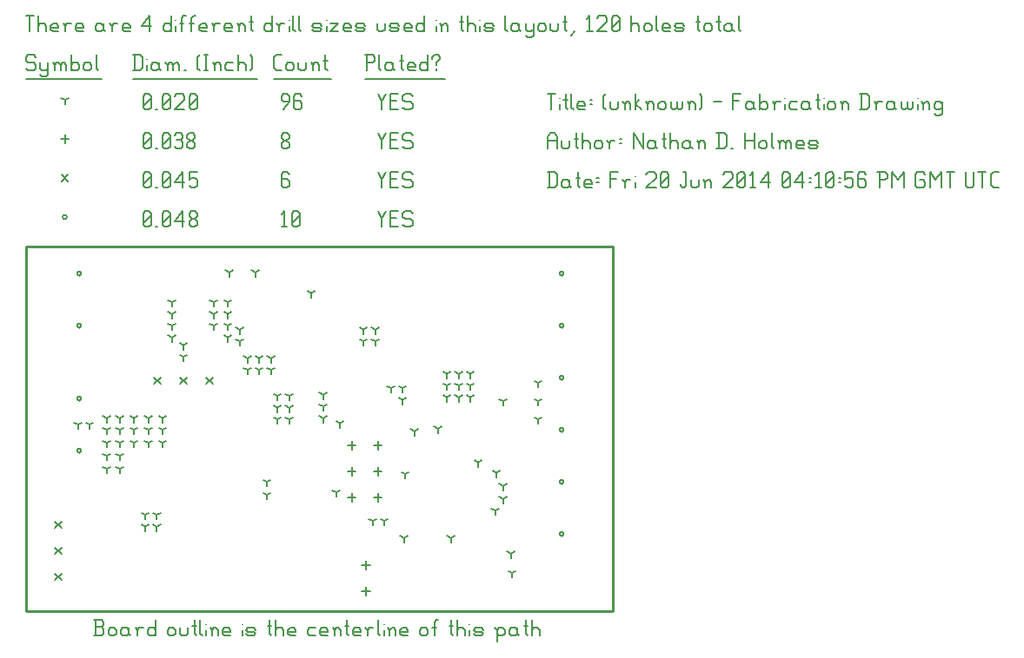
<source format=gbr>
G04 start of page 12 for group -3984 idx -3984 *
G04 Title: (unknown), fab *
G04 Creator: pcb 20110918 *
G04 CreationDate: Fri 20 Jun 2014 04:10:56 PM GMT UTC *
G04 For: ndholmes *
G04 Format: Gerber/RS-274X *
G04 PCB-Dimensions: 225000 140000 *
G04 PCB-Coordinate-Origin: lower left *
%MOIN*%
%FSLAX25Y25*%
%LNFAB*%
%ADD93C,0.0100*%
%ADD92C,0.0075*%
%ADD91C,0.0060*%
%ADD90R,0.0080X0.0080*%
G54D90*X19700Y81500D02*G75*G03X21300Y81500I800J0D01*G01*
G75*G03X19700Y81500I-800J0D01*G01*
Y61500D02*G75*G03X21300Y61500I800J0D01*G01*
G75*G03X19700Y61500I-800J0D01*G01*
Y129500D02*G75*G03X21300Y129500I800J0D01*G01*
G75*G03X19700Y129500I-800J0D01*G01*
Y109500D02*G75*G03X21300Y109500I800J0D01*G01*
G75*G03X19700Y109500I-800J0D01*G01*
X204700D02*G75*G03X206300Y109500I800J0D01*G01*
G75*G03X204700Y109500I-800J0D01*G01*
Y129500D02*G75*G03X206300Y129500I800J0D01*G01*
G75*G03X204700Y129500I-800J0D01*G01*
Y29500D02*G75*G03X206300Y29500I800J0D01*G01*
G75*G03X204700Y29500I-800J0D01*G01*
Y49500D02*G75*G03X206300Y49500I800J0D01*G01*
G75*G03X204700Y49500I-800J0D01*G01*
Y69500D02*G75*G03X206300Y69500I800J0D01*G01*
G75*G03X204700Y69500I-800J0D01*G01*
Y89500D02*G75*G03X206300Y89500I800J0D01*G01*
G75*G03X204700Y89500I-800J0D01*G01*
X14200Y151250D02*G75*G03X15800Y151250I800J0D01*G01*
G75*G03X14200Y151250I-800J0D01*G01*
G54D91*X135000Y153500D02*X136500Y150500D01*
X138000Y153500D01*
X136500Y150500D02*Y147500D01*
X139800Y150800D02*X142050D01*
X139800Y147500D02*X142800D01*
X139800Y153500D02*Y147500D01*
Y153500D02*X142800D01*
X147600D02*X148350Y152750D01*
X145350Y153500D02*X147600D01*
X144600Y152750D02*X145350Y153500D01*
X144600Y152750D02*Y151250D01*
X145350Y150500D01*
X147600D01*
X148350Y149750D01*
Y148250D01*
X147600Y147500D02*X148350Y148250D01*
X145350Y147500D02*X147600D01*
X144600Y148250D02*X145350Y147500D01*
X98000Y152300D02*X99200Y153500D01*
Y147500D01*
X98000D02*X100250D01*
X102050Y148250D02*X102800Y147500D01*
X102050Y152750D02*Y148250D01*
Y152750D02*X102800Y153500D01*
X104300D01*
X105050Y152750D01*
Y148250D01*
X104300Y147500D02*X105050Y148250D01*
X102800Y147500D02*X104300D01*
X102050Y149000D02*X105050Y152000D01*
X45000Y148250D02*X45750Y147500D01*
X45000Y152750D02*Y148250D01*
Y152750D02*X45750Y153500D01*
X47250D01*
X48000Y152750D01*
Y148250D01*
X47250Y147500D02*X48000Y148250D01*
X45750Y147500D02*X47250D01*
X45000Y149000D02*X48000Y152000D01*
X49800Y147500D02*X50550D01*
X52350Y148250D02*X53100Y147500D01*
X52350Y152750D02*Y148250D01*
Y152750D02*X53100Y153500D01*
X54600D01*
X55350Y152750D01*
Y148250D01*
X54600Y147500D02*X55350Y148250D01*
X53100Y147500D02*X54600D01*
X52350Y149000D02*X55350Y152000D01*
X57150Y149750D02*X60150Y153500D01*
X57150Y149750D02*X60900D01*
X60150Y153500D02*Y147500D01*
X62700Y148250D02*X63450Y147500D01*
X62700Y149450D02*Y148250D01*
Y149450D02*X63750Y150500D01*
X64650D01*
X65700Y149450D01*
Y148250D01*
X64950Y147500D02*X65700Y148250D01*
X63450Y147500D02*X64950D01*
X62700Y151550D02*X63750Y150500D01*
X62700Y152750D02*Y151550D01*
Y152750D02*X63450Y153500D01*
X64950D01*
X65700Y152750D01*
Y151550D01*
X64650Y150500D02*X65700Y151550D01*
X69300Y89700D02*X71700Y87300D01*
X69300D02*X71700Y89700D01*
X59300D02*X61700Y87300D01*
X59300D02*X61700Y89700D01*
X49300D02*X51700Y87300D01*
X49300D02*X51700Y89700D01*
X11300Y34200D02*X13700Y31800D01*
X11300D02*X13700Y34200D01*
X11300Y24200D02*X13700Y21800D01*
X11300D02*X13700Y24200D01*
X11300Y14200D02*X13700Y11800D01*
X11300D02*X13700Y14200D01*
X13800Y167450D02*X16200Y165050D01*
X13800D02*X16200Y167450D01*
X135000Y168500D02*X136500Y165500D01*
X138000Y168500D01*
X136500Y165500D02*Y162500D01*
X139800Y165800D02*X142050D01*
X139800Y162500D02*X142800D01*
X139800Y168500D02*Y162500D01*
Y168500D02*X142800D01*
X147600D02*X148350Y167750D01*
X145350Y168500D02*X147600D01*
X144600Y167750D02*X145350Y168500D01*
X144600Y167750D02*Y166250D01*
X145350Y165500D01*
X147600D01*
X148350Y164750D01*
Y163250D01*
X147600Y162500D02*X148350Y163250D01*
X145350Y162500D02*X147600D01*
X144600Y163250D02*X145350Y162500D01*
X100250Y168500D02*X101000Y167750D01*
X98750Y168500D02*X100250D01*
X98000Y167750D02*X98750Y168500D01*
X98000Y167750D02*Y163250D01*
X98750Y162500D01*
X100250Y165800D02*X101000Y165050D01*
X98000Y165800D02*X100250D01*
X98750Y162500D02*X100250D01*
X101000Y163250D01*
Y165050D02*Y163250D01*
X45000D02*X45750Y162500D01*
X45000Y167750D02*Y163250D01*
Y167750D02*X45750Y168500D01*
X47250D01*
X48000Y167750D01*
Y163250D01*
X47250Y162500D02*X48000Y163250D01*
X45750Y162500D02*X47250D01*
X45000Y164000D02*X48000Y167000D01*
X49800Y162500D02*X50550D01*
X52350Y163250D02*X53100Y162500D01*
X52350Y167750D02*Y163250D01*
Y167750D02*X53100Y168500D01*
X54600D01*
X55350Y167750D01*
Y163250D01*
X54600Y162500D02*X55350Y163250D01*
X53100Y162500D02*X54600D01*
X52350Y164000D02*X55350Y167000D01*
X57150Y164750D02*X60150Y168500D01*
X57150Y164750D02*X60900D01*
X60150Y168500D02*Y162500D01*
X62700Y168500D02*X65700D01*
X62700D02*Y165500D01*
X63450Y166250D01*
X64950D01*
X65700Y165500D01*
Y163250D01*
X64950Y162500D02*X65700Y163250D01*
X63450Y162500D02*X64950D01*
X62700Y163250D02*X63450Y162500D01*
X130500Y9100D02*Y5900D01*
X128900Y7500D02*X132100D01*
X130500Y19100D02*Y15900D01*
X128900Y17500D02*X132100D01*
X125000Y65100D02*Y61900D01*
X123400Y63500D02*X126600D01*
X125000Y55100D02*Y51900D01*
X123400Y53500D02*X126600D01*
X125000Y45100D02*Y41900D01*
X123400Y43500D02*X126600D01*
X135000Y65100D02*Y61900D01*
X133400Y63500D02*X136600D01*
X135000Y55100D02*Y51900D01*
X133400Y53500D02*X136600D01*
X135000Y45100D02*Y41900D01*
X133400Y43500D02*X136600D01*
X15000Y182850D02*Y179650D01*
X13400Y181250D02*X16600D01*
X135000Y183500D02*X136500Y180500D01*
X138000Y183500D01*
X136500Y180500D02*Y177500D01*
X139800Y180800D02*X142050D01*
X139800Y177500D02*X142800D01*
X139800Y183500D02*Y177500D01*
Y183500D02*X142800D01*
X147600D02*X148350Y182750D01*
X145350Y183500D02*X147600D01*
X144600Y182750D02*X145350Y183500D01*
X144600Y182750D02*Y181250D01*
X145350Y180500D01*
X147600D01*
X148350Y179750D01*
Y178250D01*
X147600Y177500D02*X148350Y178250D01*
X145350Y177500D02*X147600D01*
X144600Y178250D02*X145350Y177500D01*
X98000Y178250D02*X98750Y177500D01*
X98000Y179450D02*Y178250D01*
Y179450D02*X99050Y180500D01*
X99950D01*
X101000Y179450D01*
Y178250D01*
X100250Y177500D02*X101000Y178250D01*
X98750Y177500D02*X100250D01*
X98000Y181550D02*X99050Y180500D01*
X98000Y182750D02*Y181550D01*
Y182750D02*X98750Y183500D01*
X100250D01*
X101000Y182750D01*
Y181550D01*
X99950Y180500D02*X101000Y181550D01*
X45000Y178250D02*X45750Y177500D01*
X45000Y182750D02*Y178250D01*
Y182750D02*X45750Y183500D01*
X47250D01*
X48000Y182750D01*
Y178250D01*
X47250Y177500D02*X48000Y178250D01*
X45750Y177500D02*X47250D01*
X45000Y179000D02*X48000Y182000D01*
X49800Y177500D02*X50550D01*
X52350Y178250D02*X53100Y177500D01*
X52350Y182750D02*Y178250D01*
Y182750D02*X53100Y183500D01*
X54600D01*
X55350Y182750D01*
Y178250D01*
X54600Y177500D02*X55350Y178250D01*
X53100Y177500D02*X54600D01*
X52350Y179000D02*X55350Y182000D01*
X57150Y182750D02*X57900Y183500D01*
X59400D01*
X60150Y182750D01*
X59400Y177500D02*X60150Y178250D01*
X57900Y177500D02*X59400D01*
X57150Y178250D02*X57900Y177500D01*
Y180800D02*X59400D01*
X60150Y182750D02*Y181550D01*
Y180050D02*Y178250D01*
Y180050D02*X59400Y180800D01*
X60150Y181550D02*X59400Y180800D01*
X61950Y178250D02*X62700Y177500D01*
X61950Y179450D02*Y178250D01*
Y179450D02*X63000Y180500D01*
X63900D01*
X64950Y179450D01*
Y178250D01*
X64200Y177500D02*X64950Y178250D01*
X62700Y177500D02*X64200D01*
X61950Y181550D02*X63000Y180500D01*
X61950Y182750D02*Y181550D01*
Y182750D02*X62700Y183500D01*
X64200D01*
X64950Y182750D01*
Y181550D01*
X63900Y180500D02*X64950Y181550D01*
X31000Y54500D02*Y52900D01*
Y54500D02*X32387Y55300D01*
X31000Y54500D02*X29613Y55300D01*
X36000Y54500D02*Y52900D01*
Y54500D02*X37387Y55300D01*
X36000Y54500D02*X34613Y55300D01*
X31000Y59500D02*Y57900D01*
Y59500D02*X32387Y60300D01*
X31000Y59500D02*X29613Y60300D01*
X36000Y59500D02*Y57900D01*
Y59500D02*X37387Y60300D01*
X36000Y59500D02*X34613Y60300D01*
X31000Y64500D02*Y62900D01*
Y64500D02*X32387Y65300D01*
X31000Y64500D02*X29613Y65300D01*
X36000Y64500D02*Y62900D01*
Y64500D02*X37387Y65300D01*
X36000Y64500D02*X34613Y65300D01*
X31000Y69500D02*Y67900D01*
Y69500D02*X32387Y70300D01*
X31000Y69500D02*X29613Y70300D01*
X36000Y69500D02*Y67900D01*
Y69500D02*X37387Y70300D01*
X36000Y69500D02*X34613Y70300D01*
X45800Y36800D02*Y35200D01*
Y36800D02*X47187Y37600D01*
X45800Y36800D02*X44413Y37600D01*
X45800Y32300D02*Y30700D01*
Y32300D02*X47187Y33100D01*
X45800Y32300D02*X44413Y33100D01*
X50300Y36800D02*Y35200D01*
Y36800D02*X51687Y37600D01*
X50300Y36800D02*X48913Y37600D01*
X50300Y32300D02*Y30700D01*
Y32300D02*X51687Y33100D01*
X50300Y32300D02*X48913Y33100D01*
X140000Y85500D02*Y83900D01*
Y85500D02*X141387Y86300D01*
X140000Y85500D02*X138613Y86300D01*
X145500Y52500D02*Y50900D01*
Y52500D02*X146887Y53300D01*
X145500Y52500D02*X144113Y53300D01*
X145000Y28000D02*Y26400D01*
Y28000D02*X146387Y28800D01*
X145000Y28000D02*X143613Y28800D01*
X158000Y70000D02*Y68400D01*
Y70000D02*X159387Y70800D01*
X158000Y70000D02*X156613Y70800D01*
X149000Y69000D02*Y67400D01*
Y69000D02*X150387Y69800D01*
X149000Y69000D02*X147613Y69800D01*
X186500Y14500D02*Y12900D01*
Y14500D02*X187887Y15300D01*
X186500Y14500D02*X185113Y15300D01*
X173500Y57000D02*Y55400D01*
Y57000D02*X174887Y57800D01*
X173500Y57000D02*X172113Y57800D01*
X180500Y53000D02*Y51400D01*
Y53000D02*X181887Y53800D01*
X180500Y53000D02*X179113Y53800D01*
X180000Y38500D02*Y36900D01*
Y38500D02*X181387Y39300D01*
X180000Y38500D02*X178613Y39300D01*
X183000Y43000D02*Y41400D01*
Y43000D02*X184387Y43800D01*
X183000Y43000D02*X181613Y43800D01*
X186000Y22000D02*Y20400D01*
Y22000D02*X187387Y22800D01*
X186000Y22000D02*X184613Y22800D01*
X163000Y28000D02*Y26400D01*
Y28000D02*X164387Y28800D01*
X163000Y28000D02*X161613Y28800D01*
X183000Y48000D02*Y46400D01*
Y48000D02*X184387Y48800D01*
X183000Y48000D02*X181613Y48800D01*
X183000Y80500D02*Y78900D01*
Y80500D02*X184387Y81300D01*
X183000Y80500D02*X181613Y81300D01*
X196500Y87500D02*Y85900D01*
Y87500D02*X197887Y88300D01*
X196500Y87500D02*X195113Y88300D01*
X196500Y80500D02*Y78900D01*
Y80500D02*X197887Y81300D01*
X196500Y80500D02*X195113Y81300D01*
X196500Y73500D02*Y71900D01*
Y73500D02*X197887Y74300D01*
X196500Y73500D02*X195113Y74300D01*
X144500Y85500D02*Y83900D01*
Y85500D02*X145887Y86300D01*
X144500Y85500D02*X143113Y86300D01*
X144500Y81000D02*Y79400D01*
Y81000D02*X145887Y81800D01*
X144500Y81000D02*X143113Y81800D01*
X161500Y91000D02*Y89400D01*
Y91000D02*X162887Y91800D01*
X161500Y91000D02*X160113Y91800D01*
X166000Y91000D02*Y89400D01*
Y91000D02*X167387Y91800D01*
X166000Y91000D02*X164613Y91800D01*
X170500Y91000D02*Y89400D01*
Y91000D02*X171887Y91800D01*
X170500Y91000D02*X169113Y91800D01*
X161500Y86500D02*Y84900D01*
Y86500D02*X162887Y87300D01*
X161500Y86500D02*X160113Y87300D01*
X166000Y86500D02*Y84900D01*
Y86500D02*X167387Y87300D01*
X166000Y86500D02*X164613Y87300D01*
X170500Y86500D02*Y84900D01*
Y86500D02*X171887Y87300D01*
X170500Y86500D02*X169113Y87300D01*
X161500Y82000D02*Y80400D01*
Y82000D02*X162887Y82800D01*
X161500Y82000D02*X160113Y82800D01*
X166000Y82000D02*Y80400D01*
Y82000D02*X167387Y82800D01*
X166000Y82000D02*X164613Y82800D01*
X170500Y82000D02*Y80400D01*
Y82000D02*X171887Y82800D01*
X170500Y82000D02*X169113Y82800D01*
X120500Y72000D02*Y70400D01*
Y72000D02*X121887Y72800D01*
X120500Y72000D02*X119113Y72800D01*
X31000Y74000D02*Y72400D01*
Y74000D02*X32387Y74800D01*
X31000Y74000D02*X29613Y74800D01*
X36000Y74000D02*Y72400D01*
Y74000D02*X37387Y74800D01*
X36000Y74000D02*X34613Y74800D01*
X52500Y74000D02*Y72400D01*
Y74000D02*X53887Y74800D01*
X52500Y74000D02*X51113Y74800D01*
X47000Y74000D02*Y72400D01*
Y74000D02*X48387Y74800D01*
X47000Y74000D02*X45613Y74800D01*
X41500Y74000D02*Y72400D01*
Y74000D02*X42887Y74800D01*
X41500Y74000D02*X40113Y74800D01*
X52500Y69500D02*Y67900D01*
Y69500D02*X53887Y70300D01*
X52500Y69500D02*X51113Y70300D01*
X41500Y69500D02*Y67900D01*
Y69500D02*X42887Y70300D01*
X41500Y69500D02*X40113Y70300D01*
X52500Y64500D02*Y62900D01*
Y64500D02*X53887Y65300D01*
X52500Y64500D02*X51113Y65300D01*
X47000Y64500D02*Y62900D01*
Y64500D02*X48387Y65300D01*
X47000Y64500D02*X45613Y65300D01*
X41500Y64500D02*Y62900D01*
Y64500D02*X42887Y65300D01*
X41500Y64500D02*X40113Y65300D01*
X47000Y69500D02*Y67900D01*
Y69500D02*X48387Y70300D01*
X47000Y69500D02*X45613Y70300D01*
X119000Y45500D02*Y43900D01*
Y45500D02*X120387Y46300D01*
X119000Y45500D02*X117613Y46300D01*
X101000Y82500D02*Y80900D01*
Y82500D02*X102387Y83300D01*
X101000Y82500D02*X99613Y83300D01*
X101000Y78000D02*Y76400D01*
Y78000D02*X102387Y78800D01*
X101000Y78000D02*X99613Y78800D01*
X101000Y73500D02*Y71900D01*
Y73500D02*X102387Y74300D01*
X101000Y73500D02*X99613Y74300D01*
X114000Y83000D02*Y81400D01*
Y83000D02*X115387Y83800D01*
X114000Y83000D02*X112613Y83800D01*
X114000Y78500D02*Y76900D01*
Y78500D02*X115387Y79300D01*
X114000Y78500D02*X112613Y79300D01*
X114000Y74000D02*Y72400D01*
Y74000D02*X115387Y74800D01*
X114000Y74000D02*X112613Y74800D01*
X85000Y97000D02*Y95400D01*
Y97000D02*X86387Y97800D01*
X85000Y97000D02*X83613Y97800D01*
X89500Y97000D02*Y95400D01*
Y97000D02*X90887Y97800D01*
X89500Y97000D02*X88113Y97800D01*
X94000Y97000D02*Y95400D01*
Y97000D02*X95387Y97800D01*
X94000Y97000D02*X92613Y97800D01*
X134000Y108000D02*Y106400D01*
Y108000D02*X135387Y108800D01*
X134000Y108000D02*X132613Y108800D01*
X134000Y103500D02*Y101900D01*
Y103500D02*X135387Y104300D01*
X134000Y103500D02*X132613Y104300D01*
X129500Y108000D02*Y106400D01*
Y108000D02*X130887Y108800D01*
X129500Y108000D02*X128113Y108800D01*
X129500Y103500D02*Y101900D01*
Y103500D02*X130887Y104300D01*
X129500Y103500D02*X128113Y104300D01*
X109500Y122000D02*Y120400D01*
Y122000D02*X110887Y122800D01*
X109500Y122000D02*X108113Y122800D01*
X85000Y92500D02*Y90900D01*
Y92500D02*X86387Y93300D01*
X85000Y92500D02*X83613Y93300D01*
X89500Y92500D02*Y90900D01*
Y92500D02*X90887Y93300D01*
X89500Y92500D02*X88113Y93300D01*
X94000Y92500D02*Y90900D01*
Y92500D02*X95387Y93300D01*
X94000Y92500D02*X92613Y93300D01*
X82000Y108000D02*Y106400D01*
Y108000D02*X83387Y108800D01*
X82000Y108000D02*X80613Y108800D01*
X82000Y103500D02*Y101900D01*
Y103500D02*X83387Y104300D01*
X82000Y103500D02*X80613Y104300D01*
X96500Y82500D02*Y80900D01*
Y82500D02*X97887Y83300D01*
X96500Y82500D02*X95113Y83300D01*
X96500Y78000D02*Y76400D01*
Y78000D02*X97887Y78800D01*
X96500Y78000D02*X95113Y78800D01*
X96500Y73500D02*Y71900D01*
Y73500D02*X97887Y74300D01*
X96500Y73500D02*X95113Y74300D01*
X133000Y34500D02*Y32900D01*
Y34500D02*X134387Y35300D01*
X133000Y34500D02*X131613Y35300D01*
X137500Y34500D02*Y32900D01*
Y34500D02*X138887Y35300D01*
X137500Y34500D02*X136113Y35300D01*
X20000Y71500D02*Y69900D01*
Y71500D02*X21387Y72300D01*
X20000Y71500D02*X18613Y72300D01*
X24500Y71500D02*Y69900D01*
Y71500D02*X25887Y72300D01*
X24500Y71500D02*X23113Y72300D01*
X72000Y118500D02*Y116900D01*
Y118500D02*X73387Y119300D01*
X72000Y118500D02*X70613Y119300D01*
X77500Y118500D02*Y116900D01*
Y118500D02*X78887Y119300D01*
X77500Y118500D02*X76113Y119300D01*
X72000Y114000D02*Y112400D01*
Y114000D02*X73387Y114800D01*
X72000Y114000D02*X70613Y114800D01*
X77500Y114000D02*Y112400D01*
Y114000D02*X78887Y114800D01*
X77500Y114000D02*X76113Y114800D01*
X72000Y109500D02*Y107900D01*
Y109500D02*X73387Y110300D01*
X72000Y109500D02*X70613Y110300D01*
X77500Y109500D02*Y107900D01*
Y109500D02*X78887Y110300D01*
X77500Y109500D02*X76113Y110300D01*
X77500Y105000D02*Y103400D01*
Y105000D02*X78887Y105800D01*
X77500Y105000D02*X76113Y105800D01*
X56000Y118500D02*Y116900D01*
Y118500D02*X57387Y119300D01*
X56000Y118500D02*X54613Y119300D01*
X56000Y109500D02*Y107900D01*
Y109500D02*X57387Y110300D01*
X56000Y109500D02*X54613Y110300D01*
X56000Y114000D02*Y112400D01*
Y114000D02*X57387Y114800D01*
X56000Y114000D02*X54613Y114800D01*
X56000Y105000D02*Y103400D01*
Y105000D02*X57387Y105800D01*
X56000Y105000D02*X54613Y105800D01*
X60500Y97500D02*Y95900D01*
Y97500D02*X61887Y98300D01*
X60500Y97500D02*X59113Y98300D01*
X60500Y102000D02*Y100400D01*
Y102000D02*X61887Y102800D01*
X60500Y102000D02*X59113Y102800D01*
X92500Y44500D02*Y42900D01*
Y44500D02*X93887Y45300D01*
X92500Y44500D02*X91113Y45300D01*
X92500Y49500D02*Y47900D01*
Y49500D02*X93887Y50300D01*
X92500Y49500D02*X91113Y50300D01*
X88000Y130000D02*Y128400D01*
Y130000D02*X89387Y130800D01*
X88000Y130000D02*X86613Y130800D01*
X78000Y130000D02*Y128400D01*
Y130000D02*X79387Y130800D01*
X78000Y130000D02*X76613Y130800D01*
X15000Y196250D02*Y194650D01*
Y196250D02*X16387Y197050D01*
X15000Y196250D02*X13613Y197050D01*
X135000Y198500D02*X136500Y195500D01*
X138000Y198500D01*
X136500Y195500D02*Y192500D01*
X139800Y195800D02*X142050D01*
X139800Y192500D02*X142800D01*
X139800Y198500D02*Y192500D01*
Y198500D02*X142800D01*
X147600D02*X148350Y197750D01*
X145350Y198500D02*X147600D01*
X144600Y197750D02*X145350Y198500D01*
X144600Y197750D02*Y196250D01*
X145350Y195500D01*
X147600D01*
X148350Y194750D01*
Y193250D01*
X147600Y192500D02*X148350Y193250D01*
X145350Y192500D02*X147600D01*
X144600Y193250D02*X145350Y192500D01*
X98750D02*X101000Y195500D01*
Y197750D02*Y195500D01*
X100250Y198500D02*X101000Y197750D01*
X98750Y198500D02*X100250D01*
X98000Y197750D02*X98750Y198500D01*
X98000Y197750D02*Y196250D01*
X98750Y195500D01*
X101000D01*
X105050Y198500D02*X105800Y197750D01*
X103550Y198500D02*X105050D01*
X102800Y197750D02*X103550Y198500D01*
X102800Y197750D02*Y193250D01*
X103550Y192500D01*
X105050Y195800D02*X105800Y195050D01*
X102800Y195800D02*X105050D01*
X103550Y192500D02*X105050D01*
X105800Y193250D01*
Y195050D02*Y193250D01*
X45000D02*X45750Y192500D01*
X45000Y197750D02*Y193250D01*
Y197750D02*X45750Y198500D01*
X47250D01*
X48000Y197750D01*
Y193250D01*
X47250Y192500D02*X48000Y193250D01*
X45750Y192500D02*X47250D01*
X45000Y194000D02*X48000Y197000D01*
X49800Y192500D02*X50550D01*
X52350Y193250D02*X53100Y192500D01*
X52350Y197750D02*Y193250D01*
Y197750D02*X53100Y198500D01*
X54600D01*
X55350Y197750D01*
Y193250D01*
X54600Y192500D02*X55350Y193250D01*
X53100Y192500D02*X54600D01*
X52350Y194000D02*X55350Y197000D01*
X57150Y197750D02*X57900Y198500D01*
X60150D01*
X60900Y197750D01*
Y196250D01*
X57150Y192500D02*X60900Y196250D01*
X57150Y192500D02*X60900D01*
X62700Y193250D02*X63450Y192500D01*
X62700Y197750D02*Y193250D01*
Y197750D02*X63450Y198500D01*
X64950D01*
X65700Y197750D01*
Y193250D01*
X64950Y192500D02*X65700Y193250D01*
X63450Y192500D02*X64950D01*
X62700Y194000D02*X65700Y197000D01*
X3000Y213500D02*X3750Y212750D01*
X750Y213500D02*X3000D01*
X0Y212750D02*X750Y213500D01*
X0Y212750D02*Y211250D01*
X750Y210500D01*
X3000D01*
X3750Y209750D01*
Y208250D01*
X3000Y207500D02*X3750Y208250D01*
X750Y207500D02*X3000D01*
X0Y208250D02*X750Y207500D01*
X5550Y210500D02*Y208250D01*
X6300Y207500D01*
X8550Y210500D02*Y206000D01*
X7800Y205250D02*X8550Y206000D01*
X6300Y205250D02*X7800D01*
X5550Y206000D02*X6300Y205250D01*
Y207500D02*X7800D01*
X8550Y208250D01*
X11100Y209750D02*Y207500D01*
Y209750D02*X11850Y210500D01*
X12600D01*
X13350Y209750D01*
Y207500D01*
Y209750D02*X14100Y210500D01*
X14850D01*
X15600Y209750D01*
Y207500D01*
X10350Y210500D02*X11100Y209750D01*
X17400Y213500D02*Y207500D01*
Y208250D02*X18150Y207500D01*
X19650D01*
X20400Y208250D01*
Y209750D02*Y208250D01*
X19650Y210500D02*X20400Y209750D01*
X18150Y210500D02*X19650D01*
X17400Y209750D02*X18150Y210500D01*
X22200Y209750D02*Y208250D01*
Y209750D02*X22950Y210500D01*
X24450D01*
X25200Y209750D01*
Y208250D01*
X24450Y207500D02*X25200Y208250D01*
X22950Y207500D02*X24450D01*
X22200Y208250D02*X22950Y207500D01*
X27000Y213500D02*Y208250D01*
X27750Y207500D01*
X0Y204250D02*X29250D01*
X41750Y213500D02*Y207500D01*
X43700Y213500D02*X44750Y212450D01*
Y208550D01*
X43700Y207500D02*X44750Y208550D01*
X41000Y207500D02*X43700D01*
X41000Y213500D02*X43700D01*
G54D92*X46550Y212000D02*Y211850D01*
G54D91*Y209750D02*Y207500D01*
X50300Y210500D02*X51050Y209750D01*
X48800Y210500D02*X50300D01*
X48050Y209750D02*X48800Y210500D01*
X48050Y209750D02*Y208250D01*
X48800Y207500D01*
X51050Y210500D02*Y208250D01*
X51800Y207500D01*
X48800D02*X50300D01*
X51050Y208250D01*
X54350Y209750D02*Y207500D01*
Y209750D02*X55100Y210500D01*
X55850D01*
X56600Y209750D01*
Y207500D01*
Y209750D02*X57350Y210500D01*
X58100D01*
X58850Y209750D01*
Y207500D01*
X53600Y210500D02*X54350Y209750D01*
X60650Y207500D02*X61400D01*
X65900Y208250D02*X66650Y207500D01*
X65900Y212750D02*X66650Y213500D01*
X65900Y212750D02*Y208250D01*
X68450Y213500D02*X69950D01*
X69200D02*Y207500D01*
X68450D02*X69950D01*
X72500Y209750D02*Y207500D01*
Y209750D02*X73250Y210500D01*
X74000D01*
X74750Y209750D01*
Y207500D01*
X71750Y210500D02*X72500Y209750D01*
X77300Y210500D02*X79550D01*
X76550Y209750D02*X77300Y210500D01*
X76550Y209750D02*Y208250D01*
X77300Y207500D01*
X79550D01*
X81350Y213500D02*Y207500D01*
Y209750D02*X82100Y210500D01*
X83600D01*
X84350Y209750D01*
Y207500D01*
X86150Y213500D02*X86900Y212750D01*
Y208250D01*
X86150Y207500D02*X86900Y208250D01*
X41000Y204250D02*X88700D01*
X96050Y207500D02*X98000D01*
X95000Y208550D02*X96050Y207500D01*
X95000Y212450D02*Y208550D01*
Y212450D02*X96050Y213500D01*
X98000D01*
X99800Y209750D02*Y208250D01*
Y209750D02*X100550Y210500D01*
X102050D01*
X102800Y209750D01*
Y208250D01*
X102050Y207500D02*X102800Y208250D01*
X100550Y207500D02*X102050D01*
X99800Y208250D02*X100550Y207500D01*
X104600Y210500D02*Y208250D01*
X105350Y207500D01*
X106850D01*
X107600Y208250D01*
Y210500D02*Y208250D01*
X110150Y209750D02*Y207500D01*
Y209750D02*X110900Y210500D01*
X111650D01*
X112400Y209750D01*
Y207500D01*
X109400Y210500D02*X110150Y209750D01*
X114950Y213500D02*Y208250D01*
X115700Y207500D01*
X114200Y211250D02*X115700D01*
X95000Y204250D02*X117200D01*
X130750Y213500D02*Y207500D01*
X130000Y213500D02*X133000D01*
X133750Y212750D01*
Y211250D01*
X133000Y210500D02*X133750Y211250D01*
X130750Y210500D02*X133000D01*
X135550Y213500D02*Y208250D01*
X136300Y207500D01*
X140050Y210500D02*X140800Y209750D01*
X138550Y210500D02*X140050D01*
X137800Y209750D02*X138550Y210500D01*
X137800Y209750D02*Y208250D01*
X138550Y207500D01*
X140800Y210500D02*Y208250D01*
X141550Y207500D01*
X138550D02*X140050D01*
X140800Y208250D01*
X144100Y213500D02*Y208250D01*
X144850Y207500D01*
X143350Y211250D02*X144850D01*
X147100Y207500D02*X149350D01*
X146350Y208250D02*X147100Y207500D01*
X146350Y209750D02*Y208250D01*
Y209750D02*X147100Y210500D01*
X148600D01*
X149350Y209750D01*
X146350Y209000D02*X149350D01*
Y209750D02*Y209000D01*
X154150Y213500D02*Y207500D01*
X153400D02*X154150Y208250D01*
X151900Y207500D02*X153400D01*
X151150Y208250D02*X151900Y207500D01*
X151150Y209750D02*Y208250D01*
Y209750D02*X151900Y210500D01*
X153400D01*
X154150Y209750D01*
X157450Y210500D02*Y209750D01*
Y208250D02*Y207500D01*
X155950Y212750D02*Y212000D01*
Y212750D02*X156700Y213500D01*
X158200D01*
X158950Y212750D01*
Y212000D01*
X157450Y210500D02*X158950Y212000D01*
X130000Y204250D02*X160750D01*
X0Y228500D02*X3000D01*
X1500D02*Y222500D01*
X4800Y228500D02*Y222500D01*
Y224750D02*X5550Y225500D01*
X7050D01*
X7800Y224750D01*
Y222500D01*
X10350D02*X12600D01*
X9600Y223250D02*X10350Y222500D01*
X9600Y224750D02*Y223250D01*
Y224750D02*X10350Y225500D01*
X11850D01*
X12600Y224750D01*
X9600Y224000D02*X12600D01*
Y224750D02*Y224000D01*
X15150Y224750D02*Y222500D01*
Y224750D02*X15900Y225500D01*
X17400D01*
X14400D02*X15150Y224750D01*
X19950Y222500D02*X22200D01*
X19200Y223250D02*X19950Y222500D01*
X19200Y224750D02*Y223250D01*
Y224750D02*X19950Y225500D01*
X21450D01*
X22200Y224750D01*
X19200Y224000D02*X22200D01*
Y224750D02*Y224000D01*
X28950Y225500D02*X29700Y224750D01*
X27450Y225500D02*X28950D01*
X26700Y224750D02*X27450Y225500D01*
X26700Y224750D02*Y223250D01*
X27450Y222500D01*
X29700Y225500D02*Y223250D01*
X30450Y222500D01*
X27450D02*X28950D01*
X29700Y223250D01*
X33000Y224750D02*Y222500D01*
Y224750D02*X33750Y225500D01*
X35250D01*
X32250D02*X33000Y224750D01*
X37800Y222500D02*X40050D01*
X37050Y223250D02*X37800Y222500D01*
X37050Y224750D02*Y223250D01*
Y224750D02*X37800Y225500D01*
X39300D01*
X40050Y224750D01*
X37050Y224000D02*X40050D01*
Y224750D02*Y224000D01*
X44550Y224750D02*X47550Y228500D01*
X44550Y224750D02*X48300D01*
X47550Y228500D02*Y222500D01*
X55800Y228500D02*Y222500D01*
X55050D02*X55800Y223250D01*
X53550Y222500D02*X55050D01*
X52800Y223250D02*X53550Y222500D01*
X52800Y224750D02*Y223250D01*
Y224750D02*X53550Y225500D01*
X55050D01*
X55800Y224750D01*
G54D92*X57600Y227000D02*Y226850D01*
G54D91*Y224750D02*Y222500D01*
X59850Y227750D02*Y222500D01*
Y227750D02*X60600Y228500D01*
X61350D01*
X59100Y225500D02*X60600D01*
X63600Y227750D02*Y222500D01*
Y227750D02*X64350Y228500D01*
X65100D01*
X62850Y225500D02*X64350D01*
X67350Y222500D02*X69600D01*
X66600Y223250D02*X67350Y222500D01*
X66600Y224750D02*Y223250D01*
Y224750D02*X67350Y225500D01*
X68850D01*
X69600Y224750D01*
X66600Y224000D02*X69600D01*
Y224750D02*Y224000D01*
X72150Y224750D02*Y222500D01*
Y224750D02*X72900Y225500D01*
X74400D01*
X71400D02*X72150Y224750D01*
X76950Y222500D02*X79200D01*
X76200Y223250D02*X76950Y222500D01*
X76200Y224750D02*Y223250D01*
Y224750D02*X76950Y225500D01*
X78450D01*
X79200Y224750D01*
X76200Y224000D02*X79200D01*
Y224750D02*Y224000D01*
X81750Y224750D02*Y222500D01*
Y224750D02*X82500Y225500D01*
X83250D01*
X84000Y224750D01*
Y222500D01*
X81000Y225500D02*X81750Y224750D01*
X86550Y228500D02*Y223250D01*
X87300Y222500D01*
X85800Y226250D02*X87300D01*
X94500Y228500D02*Y222500D01*
X93750D02*X94500Y223250D01*
X92250Y222500D02*X93750D01*
X91500Y223250D02*X92250Y222500D01*
X91500Y224750D02*Y223250D01*
Y224750D02*X92250Y225500D01*
X93750D01*
X94500Y224750D01*
X97050D02*Y222500D01*
Y224750D02*X97800Y225500D01*
X99300D01*
X96300D02*X97050Y224750D01*
G54D92*X101100Y227000D02*Y226850D01*
G54D91*Y224750D02*Y222500D01*
X102600Y228500D02*Y223250D01*
X103350Y222500D01*
X104850Y228500D02*Y223250D01*
X105600Y222500D01*
X110550D02*X112800D01*
X113550Y223250D01*
X112800Y224000D02*X113550Y223250D01*
X110550Y224000D02*X112800D01*
X109800Y224750D02*X110550Y224000D01*
X109800Y224750D02*X110550Y225500D01*
X112800D01*
X113550Y224750D01*
X109800Y223250D02*X110550Y222500D01*
G54D92*X115350Y227000D02*Y226850D01*
G54D91*Y224750D02*Y222500D01*
X116850Y225500D02*X119850D01*
X116850Y222500D02*X119850Y225500D01*
X116850Y222500D02*X119850D01*
X122400D02*X124650D01*
X121650Y223250D02*X122400Y222500D01*
X121650Y224750D02*Y223250D01*
Y224750D02*X122400Y225500D01*
X123900D01*
X124650Y224750D01*
X121650Y224000D02*X124650D01*
Y224750D02*Y224000D01*
X127200Y222500D02*X129450D01*
X130200Y223250D01*
X129450Y224000D02*X130200Y223250D01*
X127200Y224000D02*X129450D01*
X126450Y224750D02*X127200Y224000D01*
X126450Y224750D02*X127200Y225500D01*
X129450D01*
X130200Y224750D01*
X126450Y223250D02*X127200Y222500D01*
X134700Y225500D02*Y223250D01*
X135450Y222500D01*
X136950D01*
X137700Y223250D01*
Y225500D02*Y223250D01*
X140250Y222500D02*X142500D01*
X143250Y223250D01*
X142500Y224000D02*X143250Y223250D01*
X140250Y224000D02*X142500D01*
X139500Y224750D02*X140250Y224000D01*
X139500Y224750D02*X140250Y225500D01*
X142500D01*
X143250Y224750D01*
X139500Y223250D02*X140250Y222500D01*
X145800D02*X148050D01*
X145050Y223250D02*X145800Y222500D01*
X145050Y224750D02*Y223250D01*
Y224750D02*X145800Y225500D01*
X147300D01*
X148050Y224750D01*
X145050Y224000D02*X148050D01*
Y224750D02*Y224000D01*
X152850Y228500D02*Y222500D01*
X152100D02*X152850Y223250D01*
X150600Y222500D02*X152100D01*
X149850Y223250D02*X150600Y222500D01*
X149850Y224750D02*Y223250D01*
Y224750D02*X150600Y225500D01*
X152100D01*
X152850Y224750D01*
G54D92*X157350Y227000D02*Y226850D01*
G54D91*Y224750D02*Y222500D01*
X159600Y224750D02*Y222500D01*
Y224750D02*X160350Y225500D01*
X161100D01*
X161850Y224750D01*
Y222500D01*
X158850Y225500D02*X159600Y224750D01*
X167100Y228500D02*Y223250D01*
X167850Y222500D01*
X166350Y226250D02*X167850D01*
X169350Y228500D02*Y222500D01*
Y224750D02*X170100Y225500D01*
X171600D01*
X172350Y224750D01*
Y222500D01*
G54D92*X174150Y227000D02*Y226850D01*
G54D91*Y224750D02*Y222500D01*
X176400D02*X178650D01*
X179400Y223250D01*
X178650Y224000D02*X179400Y223250D01*
X176400Y224000D02*X178650D01*
X175650Y224750D02*X176400Y224000D01*
X175650Y224750D02*X176400Y225500D01*
X178650D01*
X179400Y224750D01*
X175650Y223250D02*X176400Y222500D01*
X183900Y228500D02*Y223250D01*
X184650Y222500D01*
X188400Y225500D02*X189150Y224750D01*
X186900Y225500D02*X188400D01*
X186150Y224750D02*X186900Y225500D01*
X186150Y224750D02*Y223250D01*
X186900Y222500D01*
X189150Y225500D02*Y223250D01*
X189900Y222500D01*
X186900D02*X188400D01*
X189150Y223250D01*
X191700Y225500D02*Y223250D01*
X192450Y222500D01*
X194700Y225500D02*Y221000D01*
X193950Y220250D02*X194700Y221000D01*
X192450Y220250D02*X193950D01*
X191700Y221000D02*X192450Y220250D01*
Y222500D02*X193950D01*
X194700Y223250D01*
X196500Y224750D02*Y223250D01*
Y224750D02*X197250Y225500D01*
X198750D01*
X199500Y224750D01*
Y223250D01*
X198750Y222500D02*X199500Y223250D01*
X197250Y222500D02*X198750D01*
X196500Y223250D02*X197250Y222500D01*
X201300Y225500D02*Y223250D01*
X202050Y222500D01*
X203550D01*
X204300Y223250D01*
Y225500D02*Y223250D01*
X206850Y228500D02*Y223250D01*
X207600Y222500D01*
X206100Y226250D02*X207600D01*
X209100Y221000D02*X210600Y222500D01*
X215100Y227300D02*X216300Y228500D01*
Y222500D01*
X215100D02*X217350D01*
X219150Y227750D02*X219900Y228500D01*
X222150D01*
X222900Y227750D01*
Y226250D01*
X219150Y222500D02*X222900Y226250D01*
X219150Y222500D02*X222900D01*
X224700Y223250D02*X225450Y222500D01*
X224700Y227750D02*Y223250D01*
Y227750D02*X225450Y228500D01*
X226950D01*
X227700Y227750D01*
Y223250D01*
X226950Y222500D02*X227700Y223250D01*
X225450Y222500D02*X226950D01*
X224700Y224000D02*X227700Y227000D01*
X232200Y228500D02*Y222500D01*
Y224750D02*X232950Y225500D01*
X234450D01*
X235200Y224750D01*
Y222500D01*
X237000Y224750D02*Y223250D01*
Y224750D02*X237750Y225500D01*
X239250D01*
X240000Y224750D01*
Y223250D01*
X239250Y222500D02*X240000Y223250D01*
X237750Y222500D02*X239250D01*
X237000Y223250D02*X237750Y222500D01*
X241800Y228500D02*Y223250D01*
X242550Y222500D01*
X244800D02*X247050D01*
X244050Y223250D02*X244800Y222500D01*
X244050Y224750D02*Y223250D01*
Y224750D02*X244800Y225500D01*
X246300D01*
X247050Y224750D01*
X244050Y224000D02*X247050D01*
Y224750D02*Y224000D01*
X249600Y222500D02*X251850D01*
X252600Y223250D01*
X251850Y224000D02*X252600Y223250D01*
X249600Y224000D02*X251850D01*
X248850Y224750D02*X249600Y224000D01*
X248850Y224750D02*X249600Y225500D01*
X251850D01*
X252600Y224750D01*
X248850Y223250D02*X249600Y222500D01*
X257850Y228500D02*Y223250D01*
X258600Y222500D01*
X257100Y226250D02*X258600D01*
X260100Y224750D02*Y223250D01*
Y224750D02*X260850Y225500D01*
X262350D01*
X263100Y224750D01*
Y223250D01*
X262350Y222500D02*X263100Y223250D01*
X260850Y222500D02*X262350D01*
X260100Y223250D02*X260850Y222500D01*
X265650Y228500D02*Y223250D01*
X266400Y222500D01*
X264900Y226250D02*X266400D01*
X270150Y225500D02*X270900Y224750D01*
X268650Y225500D02*X270150D01*
X267900Y224750D02*X268650Y225500D01*
X267900Y224750D02*Y223250D01*
X268650Y222500D01*
X270900Y225500D02*Y223250D01*
X271650Y222500D01*
X268650D02*X270150D01*
X270900Y223250D01*
X273450Y228500D02*Y223250D01*
X274200Y222500D01*
G54D93*X0Y140000D02*X180000D01*
X0Y58000D02*Y140000D01*
X179000D02*X225000D01*
Y0D01*
X0D01*
Y78000D01*
G54D91*X26175Y-9500D02*X29175D01*
X29925Y-8750D01*
Y-6950D02*Y-8750D01*
X29175Y-6200D02*X29925Y-6950D01*
X26925Y-6200D02*X29175D01*
X26925Y-3500D02*Y-9500D01*
X26175Y-3500D02*X29175D01*
X29925Y-4250D01*
Y-5450D01*
X29175Y-6200D02*X29925Y-5450D01*
X31725Y-7250D02*Y-8750D01*
Y-7250D02*X32475Y-6500D01*
X33975D01*
X34725Y-7250D01*
Y-8750D01*
X33975Y-9500D02*X34725Y-8750D01*
X32475Y-9500D02*X33975D01*
X31725Y-8750D02*X32475Y-9500D01*
X38775Y-6500D02*X39525Y-7250D01*
X37275Y-6500D02*X38775D01*
X36525Y-7250D02*X37275Y-6500D01*
X36525Y-7250D02*Y-8750D01*
X37275Y-9500D01*
X39525Y-6500D02*Y-8750D01*
X40275Y-9500D01*
X37275D02*X38775D01*
X39525Y-8750D01*
X42825Y-7250D02*Y-9500D01*
Y-7250D02*X43575Y-6500D01*
X45075D01*
X42075D02*X42825Y-7250D01*
X49875Y-3500D02*Y-9500D01*
X49125D02*X49875Y-8750D01*
X47625Y-9500D02*X49125D01*
X46875Y-8750D02*X47625Y-9500D01*
X46875Y-7250D02*Y-8750D01*
Y-7250D02*X47625Y-6500D01*
X49125D01*
X49875Y-7250D01*
X54375D02*Y-8750D01*
Y-7250D02*X55125Y-6500D01*
X56625D01*
X57375Y-7250D01*
Y-8750D01*
X56625Y-9500D02*X57375Y-8750D01*
X55125Y-9500D02*X56625D01*
X54375Y-8750D02*X55125Y-9500D01*
X59175Y-6500D02*Y-8750D01*
X59925Y-9500D01*
X61425D01*
X62175Y-8750D01*
Y-6500D02*Y-8750D01*
X64725Y-3500D02*Y-8750D01*
X65475Y-9500D01*
X63975Y-5750D02*X65475D01*
X66975Y-3500D02*Y-8750D01*
X67725Y-9500D01*
G54D92*X69225Y-5000D02*Y-5150D01*
G54D91*Y-7250D02*Y-9500D01*
X71475Y-7250D02*Y-9500D01*
Y-7250D02*X72225Y-6500D01*
X72975D01*
X73725Y-7250D01*
Y-9500D01*
X70725Y-6500D02*X71475Y-7250D01*
X76275Y-9500D02*X78525D01*
X75525Y-8750D02*X76275Y-9500D01*
X75525Y-7250D02*Y-8750D01*
Y-7250D02*X76275Y-6500D01*
X77775D01*
X78525Y-7250D01*
X75525Y-8000D02*X78525D01*
Y-7250D02*Y-8000D01*
G54D92*X83025Y-5000D02*Y-5150D01*
G54D91*Y-7250D02*Y-9500D01*
X85275D02*X87525D01*
X88275Y-8750D01*
X87525Y-8000D02*X88275Y-8750D01*
X85275Y-8000D02*X87525D01*
X84525Y-7250D02*X85275Y-8000D01*
X84525Y-7250D02*X85275Y-6500D01*
X87525D01*
X88275Y-7250D01*
X84525Y-8750D02*X85275Y-9500D01*
X93525Y-3500D02*Y-8750D01*
X94275Y-9500D01*
X92775Y-5750D02*X94275D01*
X95775Y-3500D02*Y-9500D01*
Y-7250D02*X96525Y-6500D01*
X98025D01*
X98775Y-7250D01*
Y-9500D01*
X101325D02*X103575D01*
X100575Y-8750D02*X101325Y-9500D01*
X100575Y-7250D02*Y-8750D01*
Y-7250D02*X101325Y-6500D01*
X102825D01*
X103575Y-7250D01*
X100575Y-8000D02*X103575D01*
Y-7250D02*Y-8000D01*
X108825Y-6500D02*X111075D01*
X108075Y-7250D02*X108825Y-6500D01*
X108075Y-7250D02*Y-8750D01*
X108825Y-9500D01*
X111075D01*
X113625D02*X115875D01*
X112875Y-8750D02*X113625Y-9500D01*
X112875Y-7250D02*Y-8750D01*
Y-7250D02*X113625Y-6500D01*
X115125D01*
X115875Y-7250D01*
X112875Y-8000D02*X115875D01*
Y-7250D02*Y-8000D01*
X118425Y-7250D02*Y-9500D01*
Y-7250D02*X119175Y-6500D01*
X119925D01*
X120675Y-7250D01*
Y-9500D01*
X117675Y-6500D02*X118425Y-7250D01*
X123225Y-3500D02*Y-8750D01*
X123975Y-9500D01*
X122475Y-5750D02*X123975D01*
X126225Y-9500D02*X128475D01*
X125475Y-8750D02*X126225Y-9500D01*
X125475Y-7250D02*Y-8750D01*
Y-7250D02*X126225Y-6500D01*
X127725D01*
X128475Y-7250D01*
X125475Y-8000D02*X128475D01*
Y-7250D02*Y-8000D01*
X131025Y-7250D02*Y-9500D01*
Y-7250D02*X131775Y-6500D01*
X133275D01*
X130275D02*X131025Y-7250D01*
X135075Y-3500D02*Y-8750D01*
X135825Y-9500D01*
G54D92*X137325Y-5000D02*Y-5150D01*
G54D91*Y-7250D02*Y-9500D01*
X139575Y-7250D02*Y-9500D01*
Y-7250D02*X140325Y-6500D01*
X141075D01*
X141825Y-7250D01*
Y-9500D01*
X138825Y-6500D02*X139575Y-7250D01*
X144375Y-9500D02*X146625D01*
X143625Y-8750D02*X144375Y-9500D01*
X143625Y-7250D02*Y-8750D01*
Y-7250D02*X144375Y-6500D01*
X145875D01*
X146625Y-7250D01*
X143625Y-8000D02*X146625D01*
Y-7250D02*Y-8000D01*
X151125Y-7250D02*Y-8750D01*
Y-7250D02*X151875Y-6500D01*
X153375D01*
X154125Y-7250D01*
Y-8750D01*
X153375Y-9500D02*X154125Y-8750D01*
X151875Y-9500D02*X153375D01*
X151125Y-8750D02*X151875Y-9500D01*
X156675Y-4250D02*Y-9500D01*
Y-4250D02*X157425Y-3500D01*
X158175D01*
X155925Y-6500D02*X157425D01*
X163125Y-3500D02*Y-8750D01*
X163875Y-9500D01*
X162375Y-5750D02*X163875D01*
X165375Y-3500D02*Y-9500D01*
Y-7250D02*X166125Y-6500D01*
X167625D01*
X168375Y-7250D01*
Y-9500D01*
G54D92*X170175Y-5000D02*Y-5150D01*
G54D91*Y-7250D02*Y-9500D01*
X172425D02*X174675D01*
X175425Y-8750D01*
X174675Y-8000D02*X175425Y-8750D01*
X172425Y-8000D02*X174675D01*
X171675Y-7250D02*X172425Y-8000D01*
X171675Y-7250D02*X172425Y-6500D01*
X174675D01*
X175425Y-7250D01*
X171675Y-8750D02*X172425Y-9500D01*
X180675Y-7250D02*Y-11750D01*
X179925Y-6500D02*X180675Y-7250D01*
X181425Y-6500D01*
X182925D01*
X183675Y-7250D01*
Y-8750D01*
X182925Y-9500D02*X183675Y-8750D01*
X181425Y-9500D02*X182925D01*
X180675Y-8750D02*X181425Y-9500D01*
X187725Y-6500D02*X188475Y-7250D01*
X186225Y-6500D02*X187725D01*
X185475Y-7250D02*X186225Y-6500D01*
X185475Y-7250D02*Y-8750D01*
X186225Y-9500D01*
X188475Y-6500D02*Y-8750D01*
X189225Y-9500D01*
X186225D02*X187725D01*
X188475Y-8750D01*
X191775Y-3500D02*Y-8750D01*
X192525Y-9500D01*
X191025Y-5750D02*X192525D01*
X194025Y-3500D02*Y-9500D01*
Y-7250D02*X194775Y-6500D01*
X196275D01*
X197025Y-7250D01*
Y-9500D01*
X200750Y168500D02*Y162500D01*
X202700Y168500D02*X203750Y167450D01*
Y163550D01*
X202700Y162500D02*X203750Y163550D01*
X200000Y162500D02*X202700D01*
X200000Y168500D02*X202700D01*
X207800Y165500D02*X208550Y164750D01*
X206300Y165500D02*X207800D01*
X205550Y164750D02*X206300Y165500D01*
X205550Y164750D02*Y163250D01*
X206300Y162500D01*
X208550Y165500D02*Y163250D01*
X209300Y162500D01*
X206300D02*X207800D01*
X208550Y163250D01*
X211850Y168500D02*Y163250D01*
X212600Y162500D01*
X211100Y166250D02*X212600D01*
X214850Y162500D02*X217100D01*
X214100Y163250D02*X214850Y162500D01*
X214100Y164750D02*Y163250D01*
Y164750D02*X214850Y165500D01*
X216350D01*
X217100Y164750D01*
X214100Y164000D02*X217100D01*
Y164750D02*Y164000D01*
X218900Y166250D02*X219650D01*
X218900Y164750D02*X219650D01*
X224150Y168500D02*Y162500D01*
Y168500D02*X227150D01*
X224150Y165800D02*X226400D01*
X229700Y164750D02*Y162500D01*
Y164750D02*X230450Y165500D01*
X231950D01*
X228950D02*X229700Y164750D01*
G54D92*X233750Y167000D02*Y166850D01*
G54D91*Y164750D02*Y162500D01*
X237950Y167750D02*X238700Y168500D01*
X240950D01*
X241700Y167750D01*
Y166250D01*
X237950Y162500D02*X241700Y166250D01*
X237950Y162500D02*X241700D01*
X243500Y163250D02*X244250Y162500D01*
X243500Y167750D02*Y163250D01*
Y167750D02*X244250Y168500D01*
X245750D01*
X246500Y167750D01*
Y163250D01*
X245750Y162500D02*X246500Y163250D01*
X244250Y162500D02*X245750D01*
X243500Y164000D02*X246500Y167000D01*
X252050Y168500D02*X253250D01*
Y163250D01*
X252500Y162500D02*X253250Y163250D01*
X251750Y162500D02*X252500D01*
X251000Y163250D02*X251750Y162500D01*
X251000Y164000D02*Y163250D01*
X255050Y165500D02*Y163250D01*
X255800Y162500D01*
X257300D01*
X258050Y163250D01*
Y165500D02*Y163250D01*
X260600Y164750D02*Y162500D01*
Y164750D02*X261350Y165500D01*
X262100D01*
X262850Y164750D01*
Y162500D01*
X259850Y165500D02*X260600Y164750D01*
X267350Y167750D02*X268100Y168500D01*
X270350D01*
X271100Y167750D01*
Y166250D01*
X267350Y162500D02*X271100Y166250D01*
X267350Y162500D02*X271100D01*
X272900Y163250D02*X273650Y162500D01*
X272900Y167750D02*Y163250D01*
Y167750D02*X273650Y168500D01*
X275150D01*
X275900Y167750D01*
Y163250D01*
X275150Y162500D02*X275900Y163250D01*
X273650Y162500D02*X275150D01*
X272900Y164000D02*X275900Y167000D01*
X277700Y167300D02*X278900Y168500D01*
Y162500D01*
X277700D02*X279950D01*
X281750Y164750D02*X284750Y168500D01*
X281750Y164750D02*X285500D01*
X284750Y168500D02*Y162500D01*
X290000Y163250D02*X290750Y162500D01*
X290000Y167750D02*Y163250D01*
Y167750D02*X290750Y168500D01*
X292250D01*
X293000Y167750D01*
Y163250D01*
X292250Y162500D02*X293000Y163250D01*
X290750Y162500D02*X292250D01*
X290000Y164000D02*X293000Y167000D01*
X294800Y164750D02*X297800Y168500D01*
X294800Y164750D02*X298550D01*
X297800Y168500D02*Y162500D01*
X300350Y166250D02*X301100D01*
X300350Y164750D02*X301100D01*
X302900Y167300D02*X304100Y168500D01*
Y162500D01*
X302900D02*X305150D01*
X306950Y163250D02*X307700Y162500D01*
X306950Y167750D02*Y163250D01*
Y167750D02*X307700Y168500D01*
X309200D01*
X309950Y167750D01*
Y163250D01*
X309200Y162500D02*X309950Y163250D01*
X307700Y162500D02*X309200D01*
X306950Y164000D02*X309950Y167000D01*
X311750Y166250D02*X312500D01*
X311750Y164750D02*X312500D01*
X314300Y168500D02*X317300D01*
X314300D02*Y165500D01*
X315050Y166250D01*
X316550D01*
X317300Y165500D01*
Y163250D01*
X316550Y162500D02*X317300Y163250D01*
X315050Y162500D02*X316550D01*
X314300Y163250D02*X315050Y162500D01*
X321350Y168500D02*X322100Y167750D01*
X319850Y168500D02*X321350D01*
X319100Y167750D02*X319850Y168500D01*
X319100Y167750D02*Y163250D01*
X319850Y162500D01*
X321350Y165800D02*X322100Y165050D01*
X319100Y165800D02*X321350D01*
X319850Y162500D02*X321350D01*
X322100Y163250D01*
Y165050D02*Y163250D01*
X327350Y168500D02*Y162500D01*
X326600Y168500D02*X329600D01*
X330350Y167750D01*
Y166250D01*
X329600Y165500D02*X330350Y166250D01*
X327350Y165500D02*X329600D01*
X332150Y168500D02*Y162500D01*
Y168500D02*X334400Y165500D01*
X336650Y168500D01*
Y162500D01*
X344150Y168500D02*X344900Y167750D01*
X341900Y168500D02*X344150D01*
X341150Y167750D02*X341900Y168500D01*
X341150Y167750D02*Y163250D01*
X341900Y162500D01*
X344150D01*
X344900Y163250D01*
Y164750D02*Y163250D01*
X344150Y165500D02*X344900Y164750D01*
X342650Y165500D02*X344150D01*
X346700Y168500D02*Y162500D01*
Y168500D02*X348950Y165500D01*
X351200Y168500D01*
Y162500D01*
X353000Y168500D02*X356000D01*
X354500D02*Y162500D01*
X360500Y168500D02*Y163250D01*
X361250Y162500D01*
X362750D01*
X363500Y163250D01*
Y168500D02*Y163250D01*
X365300Y168500D02*X368300D01*
X366800D02*Y162500D01*
X371150D02*X373100D01*
X370100Y163550D02*X371150Y162500D01*
X370100Y167450D02*Y163550D01*
Y167450D02*X371150Y168500D01*
X373100D01*
X200000Y182000D02*Y177500D01*
Y182000D02*X201050Y183500D01*
X202700D01*
X203750Y182000D01*
Y177500D01*
X200000Y180500D02*X203750D01*
X205550D02*Y178250D01*
X206300Y177500D01*
X207800D01*
X208550Y178250D01*
Y180500D02*Y178250D01*
X211100Y183500D02*Y178250D01*
X211850Y177500D01*
X210350Y181250D02*X211850D01*
X213350Y183500D02*Y177500D01*
Y179750D02*X214100Y180500D01*
X215600D01*
X216350Y179750D01*
Y177500D01*
X218150Y179750D02*Y178250D01*
Y179750D02*X218900Y180500D01*
X220400D01*
X221150Y179750D01*
Y178250D01*
X220400Y177500D02*X221150Y178250D01*
X218900Y177500D02*X220400D01*
X218150Y178250D02*X218900Y177500D01*
X223700Y179750D02*Y177500D01*
Y179750D02*X224450Y180500D01*
X225950D01*
X222950D02*X223700Y179750D01*
X227750Y181250D02*X228500D01*
X227750Y179750D02*X228500D01*
X233000Y183500D02*Y177500D01*
Y183500D02*X236750Y177500D01*
Y183500D02*Y177500D01*
X240800Y180500D02*X241550Y179750D01*
X239300Y180500D02*X240800D01*
X238550Y179750D02*X239300Y180500D01*
X238550Y179750D02*Y178250D01*
X239300Y177500D01*
X241550Y180500D02*Y178250D01*
X242300Y177500D01*
X239300D02*X240800D01*
X241550Y178250D01*
X244850Y183500D02*Y178250D01*
X245600Y177500D01*
X244100Y181250D02*X245600D01*
X247100Y183500D02*Y177500D01*
Y179750D02*X247850Y180500D01*
X249350D01*
X250100Y179750D01*
Y177500D01*
X254150Y180500D02*X254900Y179750D01*
X252650Y180500D02*X254150D01*
X251900Y179750D02*X252650Y180500D01*
X251900Y179750D02*Y178250D01*
X252650Y177500D01*
X254900Y180500D02*Y178250D01*
X255650Y177500D01*
X252650D02*X254150D01*
X254900Y178250D01*
X258200Y179750D02*Y177500D01*
Y179750D02*X258950Y180500D01*
X259700D01*
X260450Y179750D01*
Y177500D01*
X257450Y180500D02*X258200Y179750D01*
X265700Y183500D02*Y177500D01*
X267650Y183500D02*X268700Y182450D01*
Y178550D01*
X267650Y177500D02*X268700Y178550D01*
X264950Y177500D02*X267650D01*
X264950Y183500D02*X267650D01*
X270500Y177500D02*X271250D01*
X275750Y183500D02*Y177500D01*
X279500Y183500D02*Y177500D01*
X275750Y180500D02*X279500D01*
X281300Y179750D02*Y178250D01*
Y179750D02*X282050Y180500D01*
X283550D01*
X284300Y179750D01*
Y178250D01*
X283550Y177500D02*X284300Y178250D01*
X282050Y177500D02*X283550D01*
X281300Y178250D02*X282050Y177500D01*
X286100Y183500D02*Y178250D01*
X286850Y177500D01*
X289100Y179750D02*Y177500D01*
Y179750D02*X289850Y180500D01*
X290600D01*
X291350Y179750D01*
Y177500D01*
Y179750D02*X292100Y180500D01*
X292850D01*
X293600Y179750D01*
Y177500D01*
X288350Y180500D02*X289100Y179750D01*
X296150Y177500D02*X298400D01*
X295400Y178250D02*X296150Y177500D01*
X295400Y179750D02*Y178250D01*
Y179750D02*X296150Y180500D01*
X297650D01*
X298400Y179750D01*
X295400Y179000D02*X298400D01*
Y179750D02*Y179000D01*
X300950Y177500D02*X303200D01*
X303950Y178250D01*
X303200Y179000D02*X303950Y178250D01*
X300950Y179000D02*X303200D01*
X300200Y179750D02*X300950Y179000D01*
X300200Y179750D02*X300950Y180500D01*
X303200D01*
X303950Y179750D01*
X300200Y178250D02*X300950Y177500D01*
X200000Y198500D02*X203000D01*
X201500D02*Y192500D01*
G54D92*X204800Y197000D02*Y196850D01*
G54D91*Y194750D02*Y192500D01*
X207050Y198500D02*Y193250D01*
X207800Y192500D01*
X206300Y196250D02*X207800D01*
X209300Y198500D02*Y193250D01*
X210050Y192500D01*
X212300D02*X214550D01*
X211550Y193250D02*X212300Y192500D01*
X211550Y194750D02*Y193250D01*
Y194750D02*X212300Y195500D01*
X213800D01*
X214550Y194750D01*
X211550Y194000D02*X214550D01*
Y194750D02*Y194000D01*
X216350Y196250D02*X217100D01*
X216350Y194750D02*X217100D01*
X221600Y193250D02*X222350Y192500D01*
X221600Y197750D02*X222350Y198500D01*
X221600Y197750D02*Y193250D01*
X224150Y195500D02*Y193250D01*
X224900Y192500D01*
X226400D01*
X227150Y193250D01*
Y195500D02*Y193250D01*
X229700Y194750D02*Y192500D01*
Y194750D02*X230450Y195500D01*
X231200D01*
X231950Y194750D01*
Y192500D01*
X228950Y195500D02*X229700Y194750D01*
X233750Y198500D02*Y192500D01*
Y194750D02*X236000Y192500D01*
X233750Y194750D02*X235250Y196250D01*
X238550Y194750D02*Y192500D01*
Y194750D02*X239300Y195500D01*
X240050D01*
X240800Y194750D01*
Y192500D01*
X237800Y195500D02*X238550Y194750D01*
X242600D02*Y193250D01*
Y194750D02*X243350Y195500D01*
X244850D01*
X245600Y194750D01*
Y193250D01*
X244850Y192500D02*X245600Y193250D01*
X243350Y192500D02*X244850D01*
X242600Y193250D02*X243350Y192500D01*
X247400Y195500D02*Y193250D01*
X248150Y192500D01*
X248900D01*
X249650Y193250D01*
Y195500D02*Y193250D01*
X250400Y192500D01*
X251150D01*
X251900Y193250D01*
Y195500D02*Y193250D01*
X254450Y194750D02*Y192500D01*
Y194750D02*X255200Y195500D01*
X255950D01*
X256700Y194750D01*
Y192500D01*
X253700Y195500D02*X254450Y194750D01*
X258500Y198500D02*X259250Y197750D01*
Y193250D01*
X258500Y192500D02*X259250Y193250D01*
X263750Y195500D02*X266750D01*
X271250Y198500D02*Y192500D01*
Y198500D02*X274250D01*
X271250Y195800D02*X273500D01*
X278300Y195500D02*X279050Y194750D01*
X276800Y195500D02*X278300D01*
X276050Y194750D02*X276800Y195500D01*
X276050Y194750D02*Y193250D01*
X276800Y192500D01*
X279050Y195500D02*Y193250D01*
X279800Y192500D01*
X276800D02*X278300D01*
X279050Y193250D01*
X281600Y198500D02*Y192500D01*
Y193250D02*X282350Y192500D01*
X283850D01*
X284600Y193250D01*
Y194750D02*Y193250D01*
X283850Y195500D02*X284600Y194750D01*
X282350Y195500D02*X283850D01*
X281600Y194750D02*X282350Y195500D01*
X287150Y194750D02*Y192500D01*
Y194750D02*X287900Y195500D01*
X289400D01*
X286400D02*X287150Y194750D01*
G54D92*X291200Y197000D02*Y196850D01*
G54D91*Y194750D02*Y192500D01*
X293450Y195500D02*X295700D01*
X292700Y194750D02*X293450Y195500D01*
X292700Y194750D02*Y193250D01*
X293450Y192500D01*
X295700D01*
X299750Y195500D02*X300500Y194750D01*
X298250Y195500D02*X299750D01*
X297500Y194750D02*X298250Y195500D01*
X297500Y194750D02*Y193250D01*
X298250Y192500D01*
X300500Y195500D02*Y193250D01*
X301250Y192500D01*
X298250D02*X299750D01*
X300500Y193250D01*
X303800Y198500D02*Y193250D01*
X304550Y192500D01*
X303050Y196250D02*X304550D01*
G54D92*X306050Y197000D02*Y196850D01*
G54D91*Y194750D02*Y192500D01*
X307550Y194750D02*Y193250D01*
Y194750D02*X308300Y195500D01*
X309800D01*
X310550Y194750D01*
Y193250D01*
X309800Y192500D02*X310550Y193250D01*
X308300Y192500D02*X309800D01*
X307550Y193250D02*X308300Y192500D01*
X313100Y194750D02*Y192500D01*
Y194750D02*X313850Y195500D01*
X314600D01*
X315350Y194750D01*
Y192500D01*
X312350Y195500D02*X313100Y194750D01*
X320600Y198500D02*Y192500D01*
X322550Y198500D02*X323600Y197450D01*
Y193550D01*
X322550Y192500D02*X323600Y193550D01*
X319850Y192500D02*X322550D01*
X319850Y198500D02*X322550D01*
X326150Y194750D02*Y192500D01*
Y194750D02*X326900Y195500D01*
X328400D01*
X325400D02*X326150Y194750D01*
X332450Y195500D02*X333200Y194750D01*
X330950Y195500D02*X332450D01*
X330200Y194750D02*X330950Y195500D01*
X330200Y194750D02*Y193250D01*
X330950Y192500D01*
X333200Y195500D02*Y193250D01*
X333950Y192500D01*
X330950D02*X332450D01*
X333200Y193250D01*
X335750Y195500D02*Y193250D01*
X336500Y192500D01*
X337250D01*
X338000Y193250D01*
Y195500D02*Y193250D01*
X338750Y192500D01*
X339500D01*
X340250Y193250D01*
Y195500D02*Y193250D01*
G54D92*X342050Y197000D02*Y196850D01*
G54D91*Y194750D02*Y192500D01*
X344300Y194750D02*Y192500D01*
Y194750D02*X345050Y195500D01*
X345800D01*
X346550Y194750D01*
Y192500D01*
X343550Y195500D02*X344300Y194750D01*
X350600Y195500D02*X351350Y194750D01*
X349100Y195500D02*X350600D01*
X348350Y194750D02*X349100Y195500D01*
X348350Y194750D02*Y193250D01*
X349100Y192500D01*
X350600D01*
X351350Y193250D01*
X348350Y191000D02*X349100Y190250D01*
X350600D01*
X351350Y191000D01*
Y195500D02*Y191000D01*
M02*

</source>
